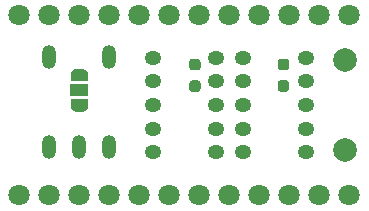
<source format=gbr>
%TF.GenerationSoftware,KiCad,Pcbnew,(5.1.8-0-10_14)*%
%TF.CreationDate,2021-02-06T12:21:22+09:00*%
%TF.ProjectId,usb-pidvid-fixture,7573622d-7069-4647-9669-642d66697874,rev?*%
%TF.SameCoordinates,Original*%
%TF.FileFunction,Soldermask,Bot*%
%TF.FilePolarity,Negative*%
%FSLAX46Y46*%
G04 Gerber Fmt 4.6, Leading zero omitted, Abs format (unit mm)*
G04 Created by KiCad (PCBNEW (5.1.8-0-10_14)) date 2021-02-06 12:21:22*
%MOMM*%
%LPD*%
G01*
G04 APERTURE LIST*
%ADD10O,1.400000X1.200000*%
%ADD11C,1.800000*%
%ADD12C,0.100000*%
%ADD13R,1.500000X1.000000*%
%ADD14C,2.000000*%
%ADD15O,1.200000X2.000000*%
G04 APERTURE END LIST*
D10*
%TO.C,D1*%
X133246040Y-82716200D03*
X138546040Y-82716200D03*
X133246040Y-80716200D03*
X138546040Y-80716200D03*
X133246040Y-78716200D03*
X138546040Y-78716200D03*
X133246040Y-76716200D03*
X138546040Y-76716200D03*
X133246040Y-74716200D03*
X138546040Y-74716200D03*
%TD*%
%TO.C,D2*%
X125626040Y-82716200D03*
X130926040Y-82716200D03*
X125626040Y-80716200D03*
X130926040Y-80716200D03*
X125626040Y-78716200D03*
X130926040Y-78716200D03*
X125626040Y-76716200D03*
X130926040Y-76716200D03*
X125626040Y-74716200D03*
X130926040Y-74716200D03*
%TD*%
D11*
%TO.C,J1*%
X114300000Y-86360000D03*
X116840000Y-86360000D03*
X119380000Y-86360000D03*
X121920000Y-86360000D03*
X124460000Y-86360000D03*
X127000000Y-86360000D03*
X129540000Y-86360000D03*
X132080000Y-86360000D03*
X134620000Y-86360000D03*
X137160000Y-86360000D03*
X139700000Y-86360000D03*
X142240000Y-86360000D03*
X142240000Y-71120000D03*
X139700000Y-71120000D03*
X137160000Y-71120000D03*
X134620000Y-71120000D03*
X132080000Y-71120000D03*
X129540000Y-71120000D03*
X127000000Y-71120000D03*
X124460000Y-71120000D03*
X121920000Y-71120000D03*
X119380000Y-71120000D03*
X116840000Y-71120000D03*
X114300000Y-71120000D03*
%TD*%
D12*
%TO.C,JP1*%
G36*
X120129398Y-78770000D02*
G01*
X120129398Y-78794534D01*
X120124588Y-78843365D01*
X120115016Y-78891490D01*
X120100772Y-78938445D01*
X120081995Y-78983778D01*
X120058864Y-79027051D01*
X120031604Y-79067850D01*
X120000476Y-79105779D01*
X119965779Y-79140476D01*
X119927850Y-79171604D01*
X119887051Y-79198864D01*
X119843778Y-79221995D01*
X119798445Y-79240772D01*
X119751490Y-79255016D01*
X119703365Y-79264588D01*
X119654534Y-79269398D01*
X119630000Y-79269398D01*
X119630000Y-79270000D01*
X119130000Y-79270000D01*
X119130000Y-79269398D01*
X119105466Y-79269398D01*
X119056635Y-79264588D01*
X119008510Y-79255016D01*
X118961555Y-79240772D01*
X118916222Y-79221995D01*
X118872949Y-79198864D01*
X118832150Y-79171604D01*
X118794221Y-79140476D01*
X118759524Y-79105779D01*
X118728396Y-79067850D01*
X118701136Y-79027051D01*
X118678005Y-78983778D01*
X118659228Y-78938445D01*
X118644984Y-78891490D01*
X118635412Y-78843365D01*
X118630602Y-78794534D01*
X118630602Y-78770000D01*
X118630000Y-78770000D01*
X118630000Y-78220000D01*
X120130000Y-78220000D01*
X120130000Y-78770000D01*
X120129398Y-78770000D01*
G37*
D13*
X119380000Y-77470000D03*
D12*
G36*
X118630000Y-76720000D02*
G01*
X118630000Y-76170000D01*
X118630602Y-76170000D01*
X118630602Y-76145466D01*
X118635412Y-76096635D01*
X118644984Y-76048510D01*
X118659228Y-76001555D01*
X118678005Y-75956222D01*
X118701136Y-75912949D01*
X118728396Y-75872150D01*
X118759524Y-75834221D01*
X118794221Y-75799524D01*
X118832150Y-75768396D01*
X118872949Y-75741136D01*
X118916222Y-75718005D01*
X118961555Y-75699228D01*
X119008510Y-75684984D01*
X119056635Y-75675412D01*
X119105466Y-75670602D01*
X119130000Y-75670602D01*
X119130000Y-75670000D01*
X119630000Y-75670000D01*
X119630000Y-75670602D01*
X119654534Y-75670602D01*
X119703365Y-75675412D01*
X119751490Y-75684984D01*
X119798445Y-75699228D01*
X119843778Y-75718005D01*
X119887051Y-75741136D01*
X119927850Y-75768396D01*
X119965779Y-75799524D01*
X120000476Y-75834221D01*
X120031604Y-75872150D01*
X120058864Y-75912949D01*
X120081995Y-75956222D01*
X120100772Y-76001555D01*
X120115016Y-76048510D01*
X120124588Y-76096635D01*
X120129398Y-76145466D01*
X120129398Y-76170000D01*
X120130000Y-76170000D01*
X120130000Y-76720000D01*
X118630000Y-76720000D01*
G37*
%TD*%
%TO.C,R1*%
G36*
G01*
X136889500Y-77600000D02*
X136414500Y-77600000D01*
G75*
G02*
X136177000Y-77362500I0J237500D01*
G01*
X136177000Y-76862500D01*
G75*
G02*
X136414500Y-76625000I237500J0D01*
G01*
X136889500Y-76625000D01*
G75*
G02*
X137127000Y-76862500I0J-237500D01*
G01*
X137127000Y-77362500D01*
G75*
G02*
X136889500Y-77600000I-237500J0D01*
G01*
G37*
G36*
G01*
X136889500Y-75775000D02*
X136414500Y-75775000D01*
G75*
G02*
X136177000Y-75537500I0J237500D01*
G01*
X136177000Y-75037500D01*
G75*
G02*
X136414500Y-74800000I237500J0D01*
G01*
X136889500Y-74800000D01*
G75*
G02*
X137127000Y-75037500I0J-237500D01*
G01*
X137127000Y-75537500D01*
G75*
G02*
X136889500Y-75775000I-237500J0D01*
G01*
G37*
%TD*%
%TO.C,R2*%
G36*
G01*
X129396500Y-75775000D02*
X128921500Y-75775000D01*
G75*
G02*
X128684000Y-75537500I0J237500D01*
G01*
X128684000Y-75037500D01*
G75*
G02*
X128921500Y-74800000I237500J0D01*
G01*
X129396500Y-74800000D01*
G75*
G02*
X129634000Y-75037500I0J-237500D01*
G01*
X129634000Y-75537500D01*
G75*
G02*
X129396500Y-75775000I-237500J0D01*
G01*
G37*
G36*
G01*
X129396500Y-77600000D02*
X128921500Y-77600000D01*
G75*
G02*
X128684000Y-77362500I0J237500D01*
G01*
X128684000Y-76862500D01*
G75*
G02*
X128921500Y-76625000I237500J0D01*
G01*
X129396500Y-76625000D01*
G75*
G02*
X129634000Y-76862500I0J-237500D01*
G01*
X129634000Y-77362500D01*
G75*
G02*
X129396500Y-77600000I-237500J0D01*
G01*
G37*
%TD*%
D14*
%TO.C,S1*%
X141859000Y-82550000D03*
X141859000Y-74930000D03*
%TD*%
D15*
%TO.C,SW1*%
X121920000Y-82307100D03*
X121920000Y-74687100D03*
X119380000Y-82307100D03*
X116840000Y-82307100D03*
X116840000Y-74687100D03*
%TD*%
M02*

</source>
